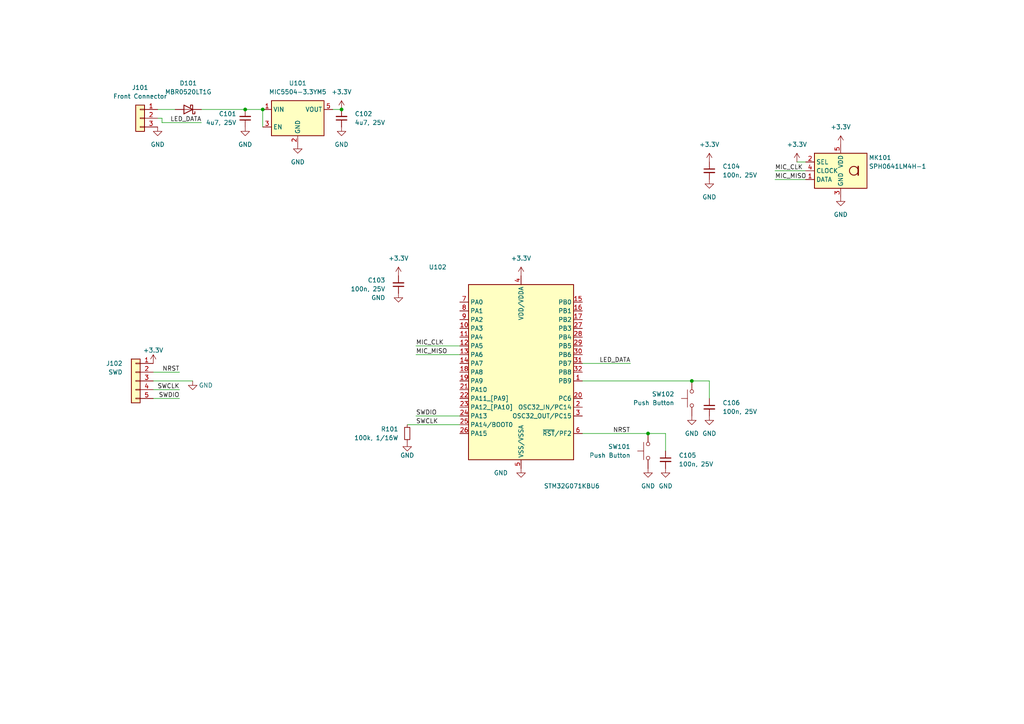
<source format=kicad_sch>
(kicad_sch (version 20230121) (generator eeschema)
  (paper "A4")
  (lib_symbols
    (symbol "Connector_Generic:Conn_01x03" (pin_names (offset 1.016) hide)
      (property "Reference" "J" (at 0 5.08 0))
      (property "Value" "Conn_01x03" (at 0 -5.08 0))
      (symbol "Conn_01x03_1_1"
        (rectangle (start -1.27 -2.413) (end 0 -2.667) (stroke (width 0.1524)))
        (rectangle (start -1.27 0.127) (end 0 -0.127) (stroke (width 0.1524)))
        (rectangle (start -1.27 2.667) (end 0 2.413) (stroke (width 0.1524)))
        (rectangle (start -1.27 3.81) (end 1.27 -3.81) (stroke (width 0.254)) (fill (type background)))
        (pin passive line (at -5.08 2.54 0) (length 3.81) (name "Pin_1") (number "1"))
        (pin passive line (at -5.08 0 0) (length 3.81) (name "Pin_2") (number "2"))
        (pin passive line (at -5.08 -2.54 0) (length 3.81) (name "Pin_3") (number "3"))
      )
    )
    (symbol "Connector_Generic:Conn_01x05" (pin_names (offset 1.016) hide)
      (property "Reference" "J" (at 0 7.62 0))
      (property "Value" "Conn_01x05" (at 0 -7.62 0))
      (symbol "Conn_01x05_1_1"
        (rectangle (start -1.27 -4.953) (end 0 -5.207) (stroke (width 0.1524)))
        (rectangle (start -1.27 -2.413) (end 0 -2.667) (stroke (width 0.1524)))
        (rectangle (start -1.27 0.127) (end 0 -0.127) (stroke (width 0.1524)))
        (rectangle (start -1.27 2.667) (end 0 2.413) (stroke (width 0.1524)))
        (rectangle (start -1.27 5.207) (end 0 4.953) (stroke (width 0.1524)))
        (rectangle (start -1.27 6.35) (end 1.27 -6.35) (stroke (width 0.254)) (fill (type background)))
        (pin passive line (at -5.08 5.08 0) (length 3.81) (name "Pin_1") (number "1"))
        (pin passive line (at -5.08 2.54 0) (length 3.81) (name "Pin_2") (number "2"))
        (pin passive line (at -5.08 0 0) (length 3.81) (name "Pin_3") (number "3"))
        (pin passive line (at -5.08 -2.54 0) (length 3.81) (name "Pin_4") (number "4"))
        (pin passive line (at -5.08 -5.08 0) (length 3.81) (name "Pin_5") (number "5"))
      )
    )
    (symbol "Device:C_Small" (pin_numbers hide) (pin_names (offset 0.254) hide)
      (property "Reference" "C" (at 0.254 1.778 0))
      (property "Value" "C_Small" (at 0.254 -2.032 0))
      (symbol "C_Small_0_1"
        (polyline (pts (xy -1.524 -0.508) (xy 1.524 -0.508)) (stroke (width 0.3302)))
        (polyline (pts (xy -1.524 0.508) (xy 1.524 0.508)) (stroke (width 0.3048)))
      )
      (symbol "C_Small_1_1"
        (pin passive line (at 0 2.54 270) (length 2.032) (name "~") (number "1"))
        (pin passive line (at 0 -2.54 90) (length 2.032) (name "~") (number "2"))
      )
    )
    (symbol "Device:D_Schottky" (pin_numbers hide) (pin_names (offset 1.016) hide)
      (property "Reference" "D" (at 0 2.54 0))
      (property "Value" "D_Schottky" (at 0 -2.54 0))
      (symbol "D_Schottky_0_1"
        (polyline (pts (xy 1.27 0) (xy -1.27 0)))
        (polyline (pts (xy 1.27 1.27) (xy 1.27 -1.27) (xy -1.27 0) (xy 1.27 1.27)) (stroke (width 0.254)))
        (polyline (pts (xy -1.905 0.635) (xy -1.905 1.27) (xy -1.27 1.27) (xy -1.27 -1.27) (xy -0.635 -1.27) (xy -0.635 -0.635)) (stroke (width 0.254)))
      )
      (symbol "D_Schottky_1_1"
        (pin passive line (at -3.81 0 0) (length 2.54) (name "K") (number "1"))
        (pin passive line (at 3.81 0 180) (length 2.54) (name "A") (number "2"))
      )
    )
    (symbol "Device:R_Small" (pin_numbers hide) (pin_names (offset 0.254) hide)
      (property "Reference" "R" (at 0.762 0.508 0))
      (property "Value" "R_Small" (at 0.762 -1.016 0))
      (symbol "R_Small_0_1"
        (rectangle (start -0.762 1.778) (end 0.762 -1.778) (stroke (width 0.2032)))
      )
      (symbol "R_Small_1_1"
        (pin passive line (at 0 2.54 270) (length 0.762) (name "~") (number "1"))
        (pin passive line (at 0 -2.54 90) (length 0.762) (name "~") (number "2"))
      )
    )
    (symbol "MCU_ST_STM32G0:STM32G071KxU"
      (property "Reference" "U" (at -15.24 26.67 0))
      (property "Value" "STM32G071KxU" (at 1.27 26.67 0))
      (symbol "STM32G071KxU_0_1"
        (rectangle (start -15.24 -25.4) (end 15.24 25.4) (stroke (width 0.254)) (fill (type background)))
      )
      (symbol "STM32G071KxU_1_1"
        (pin bidirectional line (at 17.78 -2.54 180) (length 2.54) (name "PB9") (number "1"))
        (pin bidirectional line (at -17.78 12.7 0) (length 2.54) (name "PA3") (number "10"))
        (pin bidirectional line (at -17.78 10.16 0) (length 2.54) (name "PA4") (number "11"))
        (pin bidirectional line (at -17.78 7.62 0) (length 2.54) (name "PA5") (number "12"))
        (pin bidirectional line (at -17.78 5.08 0) (length 2.54) (name "PA6") (number "13"))
        (pin bidirectional line (at -17.78 2.54 0) (length 2.54) (name "PA7") (number "14"))
        (pin bidirectional line (at 17.78 20.32 180) (length 2.54) (name "PB0") (number "15"))
        (pin bidirectional line (at 17.78 17.78 180) (length 2.54) (name "PB1") (number "16"))
        (pin bidirectional line (at 17.78 15.24 180) (length 2.54) (name "PB2") (number "17"))
        (pin bidirectional line (at -17.78 0 0) (length 2.54) (name "PA8") (number "18"))
        (pin bidirectional line (at -17.78 -2.54 0) (length 2.54) (name "PA9") (number "19"))
        (pin bidirectional line (at 17.78 -10.16 180) (length 2.54) (name "OSC32_IN/PC14") (number "2"))
        (pin bidirectional line (at 17.78 -7.62 180) (length 2.54) (name "PC6") (number "20"))
        (pin bidirectional line (at -17.78 -5.08 0) (length 2.54) (name "PA10") (number "21"))
        (pin bidirectional line (at -17.78 -7.62 0) (length 2.54) (name "PA11_[PA9]") (number "22"))
        (pin bidirectional line (at -17.78 -10.16 0) (length 2.54) (name "PA12_[PA10]") (number "23"))
        (pin bidirectional line (at -17.78 -12.7 0) (length 2.54) (name "PA13") (number "24"))
        (pin bidirectional line (at -17.78 -15.24 0) (length 2.54) (name "PA14/BOOT0") (number "25"))
        (pin bidirectional line (at -17.78 -17.78 0) (length 2.54) (name "PA15") (number "26"))
        (pin bidirectional line (at 17.78 12.7 180) (length 2.54) (name "PB3") (number "27"))
        (pin bidirectional line (at 17.78 10.16 180) (length 2.54) (name "PB4") (number "28"))
        (pin bidirectional line (at 17.78 7.62 180) (length 2.54) (name "PB5") (number "29"))
        (pin bidirectional line (at 17.78 -12.7 180) (length 2.54) (name "OSC32_OUT/PC15") (number "3"))
        (pin bidirectional line (at 17.78 5.08 180) (length 2.54) (name "PB6") (number "30"))
        (pin bidirectional line (at 17.78 2.54 180) (length 2.54) (name "PB7") (number "31"))
        (pin bidirectional line (at 17.78 0 180) (length 2.54) (name "PB8") (number "32"))
        (pin passive line (at 0 -27.94 90) (length 2.54) hide (name "VSS/VSSA") (number "33"))
        (pin power_in line (at 0 27.94 270) (length 2.54) (name "VDD/VDDA") (number "4"))
        (pin power_in line (at 0 -27.94 90) (length 2.54) (name "VSS/VSSA") (number "5"))
        (pin bidirectional line (at 17.78 -17.78 180) (length 2.54) (name "~{RST}/PF2") (number "6"))
        (pin bidirectional line (at -17.78 20.32 0) (length 2.54) (name "PA0") (number "7"))
        (pin bidirectional line (at -17.78 17.78 0) (length 2.54) (name "PA1") (number "8"))
        (pin bidirectional line (at -17.78 15.24 0) (length 2.54) (name "PA2") (number "9"))
      )
    )
    (symbol "Regulator_Linear:MIC5504-3.3YM5"
      (property "Reference" "U" (at -7.62 8.89 0))
      (property "Value" "MIC5504-3.3YM5" (at -7.62 6.35 0))
      (symbol "MIC5504-3.3YM5_0_1"
        (rectangle (start -7.62 -5.08) (end 7.62 5.08) (stroke (width 0.254)) (fill (type background)))
      )
      (symbol "MIC5504-3.3YM5_1_1"
        (pin power_in line (at -10.16 2.54 0) (length 2.54) (name "VIN") (number "1"))
        (pin power_in line (at 0 -7.62 90) (length 2.54) (name "GND") (number "2"))
        (pin input line (at -10.16 -2.54 0) (length 2.54) (name "EN") (number "3"))
        (pin no_connect line (at 7.62 -2.54 180) (length 2.54) hide (name "NC") (number "4"))
        (pin power_out line (at 10.16 2.54 180) (length 2.54) (name "VOUT") (number "5"))
      )
    )
    (symbol "Sensor_Audio:SPH0641LU4H-1"
      (property "Reference" "MK" (at 5.08 6.35 0))
      (property "Value" "SPH0641LU4H-1" (at 8.89 -6.35 0))
      (symbol "SPH0641LU4H-1_1_1"
        (rectangle (start -7.62 5.08) (end 7.62 -5.08) (stroke (width 0.254)) (fill (type background)))
        (circle (center -3.81 0) (radius 1.27) (stroke (width 0.254)))
        (polyline (pts (xy -5.08 1.27) (xy -5.08 -1.27)) (stroke (width 0.381)))
        (pin output line (at 10.16 -2.54 180) (length 2.54) (name "DATA") (number "1"))
        (pin input line (at 10.16 2.54 180) (length 2.54) (name "SEL") (number "2"))
        (pin power_in line (at 0 -7.62 90) (length 2.54) (name "GND") (number "3"))
        (pin input line (at 10.16 0 180) (length 2.54) (name "CLOCK") (number "4"))
        (pin power_in line (at 0 7.62 270) (length 2.54) (name "VDD") (number "5"))
      )
    )
    (symbol "Switch:SW_Push" (pin_numbers hide) (pin_names (offset 1.016) hide)
      (property "Reference" "SW" (at 1.27 2.54 0))
      (property "Value" "SW_Push" (at 0 -1.524 0))
      (symbol "SW_Push_0_1"
        (circle (center -2.032 0) (radius 0.508))
        (polyline (pts (xy 0 1.27) (xy 0 3.048)))
        (polyline (pts (xy 2.54 1.27) (xy -2.54 1.27)))
        (circle (center 2.032 0) (radius 0.508))
        (pin passive line (at -5.08 0 0) (length 2.54) (name "1") (number "1"))
        (pin passive line (at 5.08 0 180) (length 2.54) (name "2") (number "2"))
      )
    )
    (symbol "power:+3.3V" (power) (pin_names (offset 0))
      (property "Value" "+3.3V" (at 0 3.556 0))
      (symbol "+3.3V_0_1"
        (polyline (pts (xy -0.762 1.27) (xy 0 2.54)))
        (polyline (pts (xy 0 0) (xy 0 2.54)))
        (polyline (pts (xy 0 2.54) (xy 0.762 1.27)))
      )
      (symbol "+3.3V_1_1"
        (pin power_in line (at 0 0 90) (length 0) hide (name "+3.3V") (number "1"))
      )
    )
    (symbol "power:GND" (power) (pin_names (offset 0))
      (property "Value" "GND" (at 0 -3.81 0))
      (symbol "GND_0_1"
        (polyline (pts (xy 0 0) (xy 0 -1.27) (xy 1.27 -1.27) (xy 0 -2.54) (xy -1.27 -1.27) (xy 0 -1.27)))
      )
      (symbol "GND_1_1"
        (pin power_in line (at 0 0 270) (length 0) hide (name "GND") (number "1"))
      )
    )
  )
  (junction (at 187.96 125.73))
  (junction (at 99.06 31.75))
  (junction (at 71.12 31.75))
  (junction (at 200.66 110.49))
  (junction (at 76.2 31.75))
  (wire (pts (xy 187.96 125.73) (xy 193.04 125.73)))
  (wire (pts (xy 44.45 107.95) (xy 52.07 107.95)))
  (wire (pts (xy 52.07 115.57) (xy 44.45 115.57)))
  (wire (pts (xy 205.74 115.57) (xy 205.74 110.49)))
  (wire (pts (xy 71.12 31.75) (xy 76.2 31.75)))
  (wire (pts (xy 168.91 105.41) (xy 182.88 105.41)))
  (wire (pts (xy 168.91 125.73) (xy 187.96 125.73)))
  (wire (pts (xy 231.14 46.99) (xy 233.68 46.99)))
  (wire (pts (xy 224.79 49.53) (xy 233.68 49.53)))
  (wire (pts (xy 44.45 113.03) (xy 52.07 113.03)))
  (wire (pts (xy 168.91 110.49) (xy 200.66 110.49)))
  (wire (pts (xy 58.42 31.75) (xy 71.12 31.75)))
  (wire (pts (xy 120.65 100.33) (xy 133.35 100.33)))
  (wire (pts (xy 224.79 52.07) (xy 233.68 52.07)))
  (wire (pts (xy 96.52 31.75) (xy 99.06 31.75)))
  (wire (pts (xy 118.11 123.19) (xy 133.35 123.19)))
  (wire (pts (xy 120.65 102.87) (xy 133.35 102.87)))
  (wire (pts (xy 45.72 31.75) (xy 50.8 31.75)))
  (wire (pts (xy 46.99 34.29) (xy 46.99 35.56)))
  (wire (pts (xy 76.2 36.83) (xy 76.2 31.75)))
  (wire (pts (xy 46.99 35.56) (xy 58.42 35.56)))
  (wire (pts (xy 193.04 130.81) (xy 193.04 125.73)))
  (wire (pts (xy 45.72 34.29) (xy 46.99 34.29)))
  (wire (pts (xy 55.88 110.49) (xy 44.45 110.49)))
  (wire (pts (xy 200.66 110.49) (xy 205.74 110.49)))
  (wire (pts (xy 120.65 120.65) (xy 133.35 120.65)))
  (label "LED_DATA" (at 58.42 35.56 180))
  (label "MIC_MISO" (at 224.79 52.07 0))
  (label "MIC_CLK" (at 120.65 100.33 0))
  (label "NRST" (at 177.8 125.73 0))
  (label "SWDIO" (at 52.07 115.57 180))
  (label "MIC_CLK" (at 224.79 49.53 0))
  (label "SWCLK" (at 120.65 123.19 0))
  (label "NRST" (at 52.07 107.95 180))
  (label "SWDIO" (at 120.65 120.65 0))
  (label "LED_DATA" (at 182.88 105.41 180))
  (label "MIC_MISO" (at 120.65 102.87 0))
  (label "SWCLK" (at 52.07 113.03 180))
  (symbol (lib_id "MCU_ST_STM32G0:STM32G071KxU") (at 151.13 107.95 0) (unit 1)
    (property "Reference" "U102" (at 129.54 77.47 0) (effects (justify right)))
    (property "Value" "STM32G071KBU6" (at 173.99 140.97 0) (effects (justify right)))
    (property "Footprint" "rave_shades:QFN50P500X500X60-33N-D" (effects hide))
    (property "Digi-Key Part Number" "497-18357-ND" (effects hide))
    (property "Description" "ARM Cortex-M0+ STM32G0 Microcontroller IC 32-Bit 64MHz 128KB (128K x 8) FLASH 32-UFQFPN (5x5)" (effects hide))
  )
  (symbol (lib_id "power:GND") (at 115.57 85.09 0) (unit 1)
    (property "Reference" "#PWR0112" (effects hide))
    (property "Value" "GND" (at 111.76 86.36 0) (effects (justify right)))
  )
  (symbol (lib_id "Device:C_Small") (at 193.04 133.35 0) (unit 1)
    (property "Reference" "C105" (at 196.85 132.08 0) (effects (justify left)))
    (property "Value" "100n, 25V" (at 196.85 134.62 0) (effects (justify left)))
    (property "Footprint" "Capacitor_SMD:C_0805_2012Metric_Pad1.18x1.45mm_HandSolder" (effects hide))
    (property "Description" "0.1µF ±20% 50V Ceramic Capacitor X7R 0805 (2012 Metric)" (effects hide))
    (property "Digi-Key Part Number" "1276-2450-1-ND" (effects hide))
  )
  (symbol (lib_id "Switch:SW_Push") (at 187.96 130.81 90) (unit 1)
    (property "Reference" "SW101" (at 182.88 129.54 90) (effects (justify left)))
    (property "Value" "Push Button" (at 182.88 132.08 90) (effects (justify left)))
    (property "Footprint" "Button_Switch_SMD:SW_SPST_CK_KXT3" (effects hide))
    (property "Digi-Key Part Number" "CKN10779CT-ND" (effects hide))
    (property "Description" "Tactile Switch SPST-NO Top Actuated Surface Mount" (effects hide))
  )
  (symbol (lib_id "power:GND") (at 193.04 135.89 0) (unit 1)
    (property "Reference" "#PWR0116" (effects hide))
    (property "Value" "GND" (at 193.04 140.97 0))
  )
  (symbol (lib_id "power:GND") (at 187.96 135.89 0) (unit 1)
    (property "Reference" "#PWR0115" (effects hide))
    (property "Value" "GND" (at 187.96 140.97 0))
  )
  (symbol (lib_id "power:+3.3V") (at 115.57 80.01 0) (unit 1)
    (property "Reference" "#PWR0108" (effects hide))
    (property "Value" "+3.3V" (at 115.57 74.93 0))
  )
  (symbol (lib_id "Device:R_Small") (at 118.11 125.73 0) (mirror y) (unit 1)
    (property "Reference" "R101" (at 115.57 124.46 0) (effects (justify left)))
    (property "Value" "100k, 1/16W" (at 115.57 127 0) (effects (justify left)))
    (property "Footprint" "Resistor_SMD:R_0805_2012Metric_Pad1.20x1.40mm_HandSolder" (effects hide))
    (property "Description" "100 kOhms ±1% 0.125W, 1/8W Chip Resistor 0805 (2012 Metric) Automotive AEC-Q200 Thick Film" (effects hide))
    (property "Digi-Key Part Number" "RMCF0805FT100KCT-ND" (effects hide))
  )
  (symbol (lib_id "power:GND") (at 118.11 128.27 0) (mirror y) (unit 1)
    (property "Reference" "#PWR0107" (effects hide))
    (property "Value" "GND" (at 118.11 132.08 0))
  )
  (symbol (lib_id "Sensor_Audio:SPH0641LU4H-1") (at 243.84 49.53 0) (mirror y) (unit 1)
    (property "Reference" "MK101" (at 255.27 45.72 0))
    (property "Value" "SPH0641LM4H-1" (at 260.35 48.26 0))
    (property "Footprint" "rave_shades:MIC_SPH0641LM4H-1" (effects hide))
    (property "Digi-Key Part Number" "423-1395-1-ND" (effects hide))
    (property "Description" "100Hz ~ 10kHz Digital, PDM Microphone MEMS (Silicon) 1.62V ~ 3.6V Omnidirectional (-26dB ±1dB @ 94dB SPL)" (effects hide))
  )
  (symbol (lib_id "power:+3.3V") (at 205.74 46.99 0) (unit 1)
    (property "Reference" "#PWR0110" (effects hide))
    (property "Value" "+3.3V" (at 205.74 41.91 0))
  )
  (symbol (lib_id "power:GND") (at 205.74 52.07 0) (unit 1)
    (property "Reference" "#PWR0113" (effects hide))
    (property "Value" "GND" (at 205.74 57.15 0))
  )
  (symbol (lib_id "Device:C_Small") (at 205.74 49.53 0) (unit 1)
    (property "Reference" "C104" (at 209.55 48.26 0) (effects (justify left)))
    (property "Value" "100n, 25V" (at 209.55 50.8 0) (effects (justify left)))
    (property "Footprint" "Capacitor_SMD:C_0805_2012Metric_Pad1.18x1.45mm_HandSolder" (effects hide))
    (property "Description" "0.1µF ±20% 50V Ceramic Capacitor X7R 0805 (2012 Metric)" (effects hide))
    (property "Digi-Key Part Number" "1276-2450-1-ND" (effects hide))
  )
  (symbol (lib_id "power:+3.3V") (at 231.14 46.99 0) (unit 1)
    (property "Reference" "#PWR0109" (effects hide))
    (property "Value" "+3.3V" (at 231.14 41.91 0))
  )
  (symbol (lib_id "power:GND") (at 45.72 36.83 0) (unit 1)
    (property "Reference" "#PWR0102" (effects hide))
    (property "Value" "GND" (at 45.72 41.91 0))
  )
  (symbol (lib_id "Connector_Generic:Conn_01x05") (at 39.37 110.49 0) (mirror y) (unit 1)
    (property "Reference" "J102" (at 35.56 105.41 0) (effects (justify left)))
    (property "Value" "SWD" (at 35.56 107.95 0) (effects (justify left)))
    (property "Footprint" "rave_shades:PinHeader_1x05_P1.00mm_Vertical_SMD_Pin1Left_CUSTOM" (effects hide))
    (property "Description" "SWD Programming Interface, Solder Pads" (effects hide))
    (property "Digi-Key Part Number" "N/A" (effects hide))
  )
  (symbol (lib_id "Device:D_Schottky") (at 54.61 31.75 180) (unit 1)
    (property "Reference" "D101" (at 54.61 24.13 0))
    (property "Value" "MBR0520LT1G" (at 54.61 26.67 0))
    (property "Footprint" "Diode_SMD:D_SOD-123" (effects hide))
    (property "Digi-Key Part Number" "MBR0520LT1GOSCT-ND" (effects hide))
    (property "Description" "Diode Schottky 20V 500mA Surface Mount SOD-123" (effects hide))
  )
  (symbol (lib_id "power:+3.3V") (at 44.45 105.41 0) (unit 1)
    (property "Reference" "#PWR0111" (effects hide))
    (property "Value" "+3.3V" (at 44.45 101.6 0))
  )
  (symbol (lib_id "power:GND") (at 55.88 110.49 0) (mirror y) (unit 1)
    (property "Reference" "#PWR0114" (effects hide))
    (property "Value" "GND" (at 59.69 111.76 0))
  )
  (symbol (lib_id "Regulator_Linear:MIC5504-3.3YM5") (at 86.36 34.29 0) (unit 1)
    (property "Reference" "U101" (at 86.36 24.13 0))
    (property "Value" "MIC5504-3.3YM5" (at 86.36 26.67 0))
    (property "Footprint" "Package_TO_SOT_SMD:SOT-23-5_HandSoldering" (effects hide))
    (property "Digi-Key Part Number" "576-4764-1-ND" (effects hide))
    (property "Description" "Linear Voltage Regulator IC  1 Output  300mA SOT-23-5" (effects hide))
  )
  (symbol (lib_id "Device:C_Small") (at 71.12 34.29 0) (mirror x) (unit 1)
    (property "Reference" "C101" (at 68.58 33.02 0) (effects (justify right)))
    (property "Value" "4u7, 25V" (at 68.58 35.56 0) (effects (justify right)))
    (property "Footprint" "Capacitor_SMD:C_0805_2012Metric_Pad1.18x1.45mm_HandSolder" (effects hide))
    (property "Description" "4.7µF ±20% 25V Ceramic Capacitor X5R 0805 (2012 Metric)" (effects hide))
    (property "Digi-Key Part Number" "732-7628-1-ND" (effects hide))
  )
  (symbol (lib_id "Device:C_Small") (at 99.06 34.29 0) (mirror x) (unit 1)
    (property "Reference" "C102" (at 102.87 33.02 0) (effects (justify left)))
    (property "Value" "4u7, 25V" (at 102.87 35.56 0) (effects (justify left)))
    (property "Footprint" "Capacitor_SMD:C_0805_2012Metric_Pad1.18x1.45mm_HandSolder" (effects hide))
    (property "Description" "4.7µF ±20% 25V Ceramic Capacitor X5R 0805 (2012 Metric)" (effects hide))
    (property "Digi-Key Part Number" "732-7628-1-ND" (effects hide))
  )
  (symbol (lib_id "power:GND") (at 86.36 41.91 0) (unit 1)
    (property "Reference" "#PWR0105" (effects hide))
    (property "Value" "GND" (at 86.36 46.99 0))
  )
  (symbol (lib_id "power:GND") (at 71.12 36.83 0) (unit 1)
    (property "Reference" "#PWR0103" (effects hide))
    (property "Value" "GND" (at 71.12 41.91 0))
  )
  (symbol (lib_id "power:GND") (at 99.06 36.83 0) (unit 1)
    (property "Reference" "#PWR0104" (effects hide))
    (property "Value" "GND" (at 99.06 41.91 0))
  )
  (symbol (lib_id "power:+3.3V") (at 99.06 31.75 0) (unit 1)
    (property "Reference" "#PWR0101" (effects hide))
    (property "Value" "+3.3V" (at 99.06 26.67 0))
  )
  (symbol (lib_id "Device:C_Small") (at 115.57 82.55 180) (unit 1)
    (property "Reference" "C103" (at 111.76 81.28 0) (effects (justify left)))
    (property "Value" "100n, 25V" (at 111.76 83.82 0) (effects (justify left)))
    (property "Footprint" "Capacitor_SMD:C_0805_2012Metric_Pad1.18x1.45mm_HandSolder" (effects hide))
    (property "Description" "0.1µF ±20% 50V Ceramic Capacitor X7R 0805 (2012 Metric)" (effects hide))
    (property "Digi-Key Part Number" "1276-2450-1-ND" (effects hide))
  )
  (symbol (lib_id "Device:C_Small") (at 205.74 118.11 0) (unit 1)
    (property "Reference" "C106" (at 209.55 116.84 0) (effects (justify left)))
    (property "Value" "100n, 25V" (at 209.55 119.38 0) (effects (justify left)))
    (property "Footprint" "Capacitor_SMD:C_0805_2012Metric_Pad1.18x1.45mm_HandSolder" (effects hide))
    (property "Description" "0.1µF ±20% 50V Ceramic Capacitor X7R 0805 (2012 Metric)" (effects hide))
    (property "Digi-Key Part Number" "1276-2450-1-ND" (effects hide))
  )
  (symbol (lib_id "Switch:SW_Push") (at 200.66 115.57 90) (unit 1)
    (property "Reference" "SW102" (at 195.58 114.3 90) (effects (justify left)))
    (property "Value" "Push Button" (at 195.58 116.84 90) (effects (justify left)))
    (property "Footprint" "Button_Switch_SMD:SW_SPST_CK_KXT3" (effects hide))
    (property "Digi-Key Part Number" "CKN10779CT-ND" (effects hide))
    (property "Description" "Tactile Switch SPST-NO Top Actuated Surface Mount" (effects hide))
  )
  (symbol (lib_id "power:GND") (at 205.74 120.65 0) (unit 1)
    (property "Reference" "#PWR0118" (effects hide))
    (property "Value" "GND" (at 205.74 125.73 0))
  )
  (symbol (lib_id "power:GND") (at 200.66 120.65 0) (mirror y) (unit 1)
    (property "Reference" "#PWR0117" (effects hide))
    (property "Value" "GND" (at 200.66 125.73 0))
  )
  (symbol (lib_id "power:GND") (at 243.84 57.15 0) (unit 1)
    (property "Reference" "#PWR0119" (effects hide))
    (property "Value" "GND" (at 243.84 62.23 0))
  )
  (symbol (lib_id "power:+3.3V") (at 151.13 80.01 0) (unit 1)
    (property "Reference" "#PWR0121" (effects hide))
    (property "Value" "+3.3V" (at 151.13 74.93 0))
  )
  (symbol (lib_id "Connector_Generic:Conn_01x03") (at 40.64 34.29 0) (mirror y) (unit 1)
    (property "Reference" "J101" (at 40.64 25.4 0))
    (property "Value" "Front Connector" (at 40.64 27.94 0))
    (property "Footprint" "rave_shades:PinHeader_1x03_P1.00mm_Vertical_SMD_Pin1Left_CUSTOM" (effects hide))
    (property "Description" "Front of Glasses Interface, Solder Pads" (effects hide))
  )
  (symbol (lib_id "power:+3.3V") (at 243.84 41.91 0) (unit 1)
    (property "Reference" "#PWR0106" (effects hide))
    (property "Value" "+3.3V" (at 243.84 36.83 0))
  )
  (symbol (lib_id "power:GND") (at 151.13 135.89 0) (unit 1)
    (property "Reference" "#PWR0120" (effects hide))
    (property "Value" "GND" (at 147.32 137.16 0) (effects (justify right)))
  )
)
</source>
